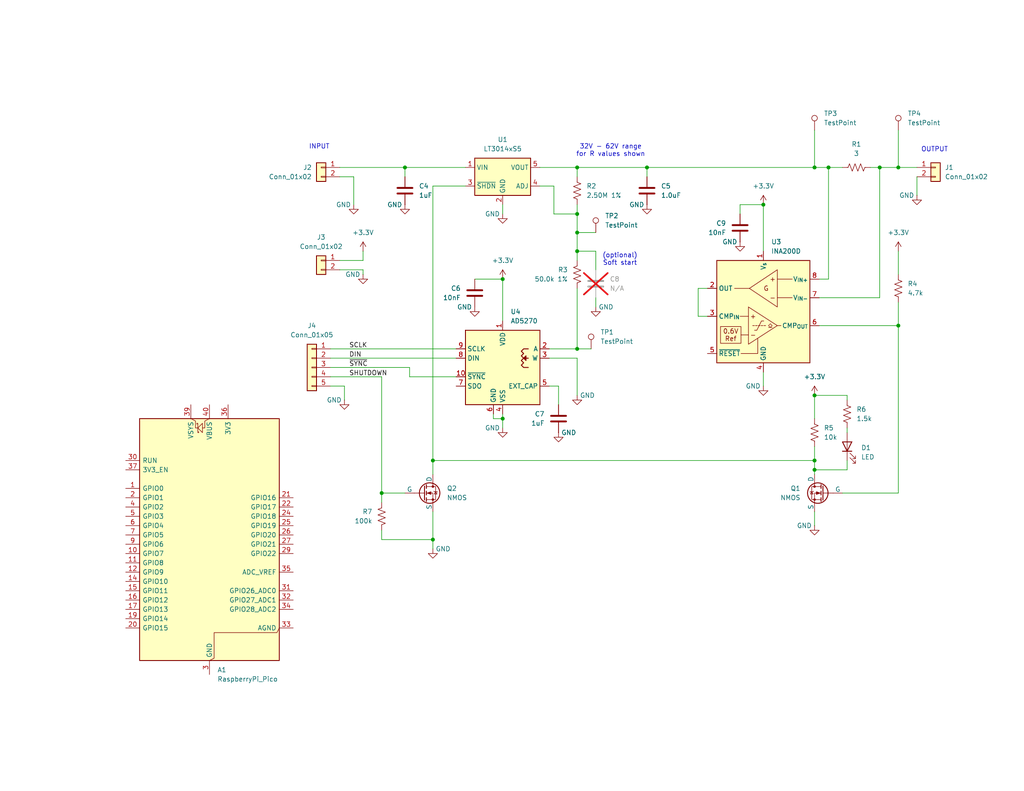
<source format=kicad_sch>
(kicad_sch (version 20250114) (generator "eeschema") (generator_version "9.0")
  (paper "A")
  (lib_symbols
    (symbol "Amplifier_Current:INA200D"
      (property "Reference" "U" (at -11.43 17.78 0))
      (property "Value" "INA200D" (at 8.89 17.78 0))
      (symbol "INA200D_0_0"
        (rectangle (start -11.684 -9.906) (end -6.096 -5.334) (stroke (width 0.1524)))
        (polyline (pts (xy -7.874 5.08) (xy -3.81 5.08)) (stroke (width 0.1524)))
        (polyline (pts (xy -6.35 -2.54) (xy -4.064 -2.54)) (stroke (width 0.1524)))
        (polyline (pts (xy -6.096 -7.62) (xy -4.064 -7.62)) (stroke (width 0.1524)))
        (polyline (pts (xy -6.096 -12.7) (xy -1.524 -12.7) (xy -1.524 -8.636)) (stroke (width 0.1524)))
        (polyline (pts (xy -4.064 0) (xy -4.064 -10.16) (xy 3.81 -5.08) (xy -4.064 0)) (stroke (width 0.1524)) (fill (type background)))
        (polyline (pts (xy 3.81 10.16) (xy 3.81 0) (xy -3.81 5.08) (xy 3.81 10.16)) (stroke (width 0.1524)) (fill (type background)))
        (polyline (pts (xy 3.81 -5.08) (xy 4.826 -5.08)) (stroke (width 0.1524)))
        (text "Ref" (at -8.89 -8.636 0) (effects (font (size 1.27 1.27))))
        (text "+" (at -2.794 -2.54 0) (effects (font (size 1.27 1.27))))
        (text "-" (at -2.794 -7.62 0) (effects (font (size 1.27 1.27))))
        (text "G" (at 0.762 5.08 0) (effects (font (size 1.27 1.27))))
        (text "+" (at 2.54 7.62 0) (effects (font (size 1.27 1.27))))
        (text "-" (at 2.54 2.54 0) (effects (font (size 1.27 1.27))))
      )
      (symbol "INA200D_0_1"
        (rectangle (start -12.7 12.7) (end 12.7 -15.24) (stroke (width 0.254)) (fill (type background)))
        (polyline (pts (xy -2.413 -5.08) (xy -2.921 -5.08)))
        (polyline (pts (xy -2.413 -6.35) (xy -1.778 -6.35) (xy -0.508 -3.81) (xy 0.127 -3.81)))
        (polyline (pts (xy -1.651 -5.08) (xy -2.159 -5.08)))
        (polyline (pts (xy -1.397 -5.08) (xy -0.889 -5.08)))
        (polyline (pts (xy -0.635 -5.08) (xy -0.127 -5.08)))
        (polyline (pts (xy 0.127 -5.08) (xy 0.635 -5.08)))
        (polyline (pts (xy 1.397 -5.588) (xy 1.905 -5.588) (xy 1.397 -5.08) (xy 1.905 -4.572) (xy 2.413 -5.08) (xy 1.905 -5.588) (xy 2.413 -5.588)) (stroke (width 0.127)))
        (polyline (pts (xy 3.81 2.54) (xy 7.874 2.54)) (stroke (width 0.1524)))
        (polyline (pts (xy 7.874 7.62) (xy 3.81 7.62)) (stroke (width 0.1524)))
      )
      (symbol "INA200D_1_0"
        (text "0.6V" (at -8.89 -6.604 0) (effects (font (size 1.27 1.27))))
      )
      (symbol "INA200D_1_1"
        (pin output line (at -15.24 5.08 0) (length 2.54) (name "OUT") (number "2"))
        (pin input line (at -15.24 -2.54 0) (length 2.54) (name "CMP_{IN}") (number "3"))
        (pin input line (at -15.24 -12.7 0) (length 2.54) (name "~{RESET}") (number "5"))
        (pin power_in line (at 0 15.24 270) (length 2.54) (name "V_{s}") (number "1"))
        (pin power_in line (at 0 -17.78 90) (length 2.54) (name "GND") (number "4"))
        (pin input line (at 15.24 7.62 180) (length 2.54) (name "V_{IN+}") (number "8"))
        (pin input line (at 15.24 2.54 180) (length 2.54) (name "V_{IN-}") (number "7"))
        (pin open_collector line (at 15.24 -5.08 180) (length 2.54) (name "CMP_{OUT}") (number "6"))
      )
    )
    (symbol "Connector:TestPoint" (pin_numbers (hide yes)) (pin_names (offset 0.762) (hide yes))
      (property "Reference" "TP" (at 0 6.858 0))
      (property "Value" "TestPoint" (at 0 5.08 0))
      (symbol "TestPoint_0_1"
        (circle (center 0 3.302) (radius 0.762))
      )
      (symbol "TestPoint_1_1"
        (pin passive line (at 0 0 90) (length 2.54) (name "1") (number "1"))
      )
    )
    (symbol "Connector_Generic:Conn_01x02" (pin_names (offset 1.016) (hide yes))
      (property "Reference" "J" (at 0 2.54 0))
      (property "Value" "Conn_01x02" (at 0 -5.08 0))
      (symbol "Conn_01x02_1_1"
        (rectangle (start -1.27 1.27) (end 1.27 -3.81) (stroke (width 0.254)) (fill (type background)))
        (rectangle (start -1.27 0.127) (end 0 -0.127) (stroke (width 0.1524)))
        (rectangle (start -1.27 -2.413) (end 0 -2.667) (stroke (width 0.1524)))
        (pin passive line (at -5.08 0 0) (length 3.81) (name "Pin_1") (number "1"))
        (pin passive line (at -5.08 -2.54 0) (length 3.81) (name "Pin_2") (number "2"))
      )
    )
    (symbol "Connector_Generic:Conn_01x05" (pin_names (offset 1.016) (hide yes))
      (property "Reference" "J" (at 0 7.62 0))
      (property "Value" "Conn_01x05" (at 0 -7.62 0))
      (symbol "Conn_01x05_1_1"
        (rectangle (start -1.27 6.35) (end 1.27 -6.35) (stroke (width 0.254)) (fill (type background)))
        (rectangle (start -1.27 5.207) (end 0 4.953) (stroke (width 0.1524)))
        (rectangle (start -1.27 2.667) (end 0 2.413) (stroke (width 0.1524)))
        (rectangle (start -1.27 0.127) (end 0 -0.127) (stroke (width 0.1524)))
        (rectangle (start -1.27 -2.413) (end 0 -2.667) (stroke (width 0.1524)))
        (rectangle (start -1.27 -4.953) (end 0 -5.207) (stroke (width 0.1524)))
        (pin passive line (at -5.08 5.08 0) (length 3.81) (name "Pin_1") (number "1"))
        (pin passive line (at -5.08 2.54 0) (length 3.81) (name "Pin_2") (number "2"))
        (pin passive line (at -5.08 0 0) (length 3.81) (name "Pin_3") (number "3"))
        (pin passive line (at -5.08 -2.54 0) (length 3.81) (name "Pin_4") (number "4"))
        (pin passive line (at -5.08 -5.08 0) (length 3.81) (name "Pin_5") (number "5"))
      )
    )
    (symbol "Device:C" (pin_numbers (hide yes)) (pin_names (offset 0.254))
      (property "Reference" "C" (at 0.635 2.54 0))
      (property "Value" "C" (at 0.635 -2.54 0))
      (symbol "C_0_1"
        (polyline (pts (xy -2.032 0.762) (xy 2.032 0.762)) (stroke (width 0.508)))
        (polyline (pts (xy -2.032 -0.762) (xy 2.032 -0.762)) (stroke (width 0.508)))
      )
      (symbol "C_1_1"
        (pin passive line (at 0 3.81 270) (length 2.794) (name "~") (number "1"))
        (pin passive line (at 0 -3.81 90) (length 2.794) (name "~") (number "2"))
      )
    )
    (symbol "Device:LED" (pin_numbers (hide yes)) (pin_names (offset 1.016) (hide yes))
      (property "Reference" "D" (at 0 2.54 0))
      (property "Value" "LED" (at 0 -2.54 0))
      (symbol "LED_0_1"
        (polyline (pts (xy -3.048 -0.762) (xy -4.572 -2.286) (xy -3.81 -2.286) (xy -4.572 -2.286) (xy -4.572 -1.524)))
        (polyline (pts (xy -1.778 -0.762) (xy -3.302 -2.286) (xy -2.54 -2.286) (xy -3.302 -2.286) (xy -3.302 -1.524)))
        (polyline (pts (xy -1.27 0) (xy 1.27 0)))
        (polyline (pts (xy -1.27 -1.27) (xy -1.27 1.27)) (stroke (width 0.254)))
        (polyline (pts (xy 1.27 -1.27) (xy 1.27 1.27) (xy -1.27 0) (xy 1.27 -1.27)) (stroke (width 0.254)))
      )
      (symbol "LED_1_1"
        (pin passive line (at -3.81 0 0) (length 2.54) (name "K") (number "1"))
        (pin passive line (at 3.81 0 180) (length 2.54) (name "A") (number "2"))
      )
    )
    (symbol "Device:R_US" (pin_numbers (hide yes)) (pin_names (offset 0))
      (property "Reference" "R" (at 2.54 0 90))
      (property "Value" "R_US" (at -2.54 0 90))
      (symbol "R_US_0_1"
        (polyline (pts (xy 0 2.286) (xy 0 2.54)))
        (polyline (pts (xy 0 2.286) (xy 1.016 1.905) (xy 0 1.524) (xy -1.016 1.143) (xy 0 0.762)))
        (polyline (pts (xy 0 0.762) (xy 1.016 0.381) (xy 0 0) (xy -1.016 -0.381) (xy 0 -0.762)))
        (polyline (pts (xy 0 -0.762) (xy 1.016 -1.143) (xy 0 -1.524) (xy -1.016 -1.905) (xy 0 -2.286)))
        (polyline (pts (xy 0 -2.286) (xy 0 -2.54)))
      )
      (symbol "R_US_1_1"
        (pin passive line (at 0 3.81 270) (length 1.27) (name "~") (number "1"))
        (pin passive line (at 0 -3.81 90) (length 1.27) (name "~") (number "2"))
      )
    )
    (symbol "MCU_Module:RaspberryPi_Pico" (pin_names (offset 0.762))
      (property "Reference" "A" (at -19.05 35.56 0))
      (property "Value" "RaspberryPi_Pico" (at 7.62 35.56 0))
      (symbol "RaspberryPi_Pico_0_1"
        (rectangle (start -19.05 34.29) (end 19.05 -31.75) (stroke (width 0.254)) (fill (type background)))
        (polyline (pts (xy -5.08 34.29) (xy -3.81 33.655) (xy -3.81 31.75) (xy -3.175 31.75)))
        (polyline (pts (xy -3.429 32.766) (xy -3.429 33.02) (xy -3.175 33.02) (xy -3.175 30.48) (xy -2.921 30.48) (xy -2.921 30.734)))
        (polyline (pts (xy -3.175 31.75) (xy -1.905 33.02) (xy -1.905 30.48) (xy -3.175 31.75)))
        (polyline (pts (xy 0 34.29) (xy -1.27 33.655) (xy -1.27 31.75) (xy -1.905 31.75)))
        (polyline (pts (xy 0 -31.75) (xy 1.27 -31.115) (xy 1.27 -24.13) (xy 18.415 -24.13) (xy 19.05 -22.86)))
      )
      (symbol "RaspberryPi_Pico_1_1"
        (pin passive line (at -22.86 22.86 0) (length 3.81) (name "RUN") (number "30"))
        (pin passive line (at -22.86 20.32 0) (length 3.81) (name "3V3_EN") (number "37"))
        (pin bidirectional line (at -22.86 15.24 0) (length 3.81) (name "GPIO0") (number "1"))
        (pin bidirectional line (at -22.86 12.7 0) (length 3.81) (name "GPIO1") (number "2"))
        (pin bidirectional line (at -22.86 10.16 0) (length 3.81) (name "GPIO2") (number "4"))
        (pin bidirectional line (at -22.86 7.62 0) (length 3.81) (name "GPIO3") (number "5"))
        (pin bidirectional line (at -22.86 5.08 0) (length 3.81) (name "GPIO4") (number "6"))
        (pin bidirectional line (at -22.86 2.54 0) (length 3.81) (name "GPIO5") (number "7"))
        (pin bidirectional line (at -22.86 0 0) (length 3.81) (name "GPIO6") (number "9"))
        (pin bidirectional line (at -22.86 -2.54 0) (length 3.81) (name "GPIO7") (number "10"))
        (pin bidirectional line (at -22.86 -5.08 0) (length 3.81) (name "GPIO8") (number "11"))
        (pin bidirectional line (at -22.86 -7.62 0) (length 3.81) (name "GPIO9") (number "12"))
        (pin bidirectional line (at -22.86 -10.16 0) (length 3.81) (name "GPIO10") (number "14"))
        (pin bidirectional line (at -22.86 -12.7 0) (length 3.81) (name "GPIO11") (number "15"))
        (pin bidirectional line (at -22.86 -15.24 0) (length 3.81) (name "GPIO12") (number "16"))
        (pin bidirectional line (at -22.86 -17.78 0) (length 3.81) (name "GPIO13") (number "17"))
        (pin bidirectional line (at -22.86 -20.32 0) (length 3.81) (name "GPIO14") (number "19"))
        (pin bidirectional line (at -22.86 -22.86 0) (length 3.81) (name "GPIO15") (number "20"))
        (pin power_in line (at -5.08 38.1 270) (length 3.81) (name "VSYS") (number "39"))
        (pin power_out line (at 0 38.1 270) (length 3.81) (name "VBUS") (number "40"))
        (pin passive line (at 0 -35.56 90) (length 3.81) (hide yes) (name "GND") (number "13"))
        (pin passive line (at 0 -35.56 90) (length 3.81) (hide yes) (name "GND") (number "18"))
        (pin passive line (at 0 -35.56 90) (length 3.81) (hide yes) (name "GND") (number "23"))
        (pin passive line (at 0 -35.56 90) (length 3.81) (hide yes) (name "GND") (number "28"))
        (pin power_out line (at 0 -35.56 90) (length 3.81) (name "GND") (number "3"))
        (pin passive line (at 0 -35.56 90) (length 3.81) (hide yes) (name "GND") (number "38"))
        (pin passive line (at 0 -35.56 90) (length 3.81) (hide yes) (name "GND") (number "8"))
        (pin power_out line (at 5.08 38.1 270) (length 3.81) (name "3V3") (number "36"))
        (pin bidirectional line (at 22.86 12.7 180) (length 3.81) (name "GPIO16") (number "21"))
        (pin bidirectional line (at 22.86 10.16 180) (length 3.81) (name "GPIO17") (number "22"))
        (pin bidirectional line (at 22.86 7.62 180) (length 3.81) (name "GPIO18") (number "24"))
        (pin bidirectional line (at 22.86 5.08 180) (length 3.81) (name "GPIO19") (number "25"))
        (pin bidirectional line (at 22.86 2.54 180) (length 3.81) (name "GPIO20") (number "26"))
        (pin bidirectional line (at 22.86 0 180) (length 3.81) (name "GPIO21") (number "27"))
        (pin bidirectional line (at 22.86 -2.54 180) (length 3.81) (name "GPIO22") (number "29"))
        (pin power_in line (at 22.86 -7.62 180) (length 3.81) (name "ADC_VREF") (number "35"))
        (pin bidirectional line (at 22.86 -12.7 180) (length 3.81) (name "GPIO26_ADC0") (number "31"))
        (pin bidirectional line (at 22.86 -15.24 180) (length 3.81) (name "GPIO27_ADC1") (number "32"))
        (pin bidirectional line (at 22.86 -17.78 180) (length 3.81) (name "GPIO28_ADC2") (number "34"))
        (pin power_out line (at 22.86 -22.86 180) (length 3.81) (name "AGND") (number "33"))
      )
    )
    (symbol "Regulator_Linear:LT3014xS5"
      (property "Reference" "U" (at -6.985 6.35 0))
      (property "Value" "LT3014xS5" (at 5.08 6.35 0))
      (symbol "LT3014xS5_0_1"
        (rectangle (start -7.62 5.08) (end 7.62 -5.08) (stroke (width 0.254)) (fill (type background)))
      )
      (symbol "LT3014xS5_1_1"
        (pin power_in line (at -10.16 2.54 0) (length 2.54) (name "VIN") (number "1"))
        (pin input line (at -10.16 -2.54 0) (length 2.54) (name "~{SHDN}") (number "3"))
        (pin power_in line (at 0 -7.62 90) (length 2.54) (name "GND") (number "2"))
        (pin power_out line (at 10.16 2.54 180) (length 2.54) (name "VOUT") (number "5"))
        (pin input line (at 10.16 -2.54 180) (length 2.54) (name "ADJ") (number "4"))
      )
    )
    (symbol "Simulation_SPICE:NMOS" (pin_numbers (hide yes)) (pin_names (offset 0))
      (property "Reference" "Q" (at 5.08 1.27 0))
      (property "Value" "NMOS" (at 5.08 -1.27 0))
      (symbol "NMOS_0_1"
        (polyline (pts (xy 0.254 1.905) (xy 0.254 -1.905)) (stroke (width 0.254)))
        (polyline (pts (xy 0.254 0) (xy -2.54 0)))
        (polyline (pts (xy 0.762 2.286) (xy 0.762 1.27)) (stroke (width 0.254)))
        (polyline (pts (xy 0.762 0.508) (xy 0.762 -0.508)) (stroke (width 0.254)))
        (polyline (pts (xy 0.762 -1.27) (xy 0.762 -2.286)) (stroke (width 0.254)))
        (polyline (pts (xy 0.762 -1.778) (xy 3.302 -1.778) (xy 3.302 1.778) (xy 0.762 1.778)))
        (polyline (pts (xy 1.016 0) (xy 2.032 0.381) (xy 2.032 -0.381) (xy 1.016 0)) (fill (type outline)))
        (circle (center 1.651 0) (radius 2.794) (stroke (width 0.254)))
        (polyline (pts (xy 2.54 2.54) (xy 2.54 1.778)))
        (circle (center 2.54 1.778) (radius 0.254) (fill (type outline)))
        (circle (center 2.54 -1.778) (radius 0.254) (fill (type outline)))
        (polyline (pts (xy 2.54 -2.54) (xy 2.54 0) (xy 0.762 0)))
        (polyline (pts (xy 2.794 0.508) (xy 2.921 0.381) (xy 3.683 0.381) (xy 3.81 0.254)))
        (polyline (pts (xy 3.302 0.381) (xy 2.921 -0.254) (xy 3.683 -0.254) (xy 3.302 0.381)))
      )
      (symbol "NMOS_1_1"
        (pin input line (at -5.08 0 0) (length 2.54) (name "G") (number "2"))
        (pin passive line (at 2.54 5.08 270) (length 2.54) (name "D") (number "1"))
        (pin passive line (at 2.54 -5.08 90) (length 2.54) (name "S") (number "3"))
      )
    )
    (symbol "my_AD5270':AD5272BCP"
      (property "Reference" "U4" (at 2.1433 15.24 0))
      (property "Value" "AD5270" (at 2.1433 12.7 0))
      (symbol "AD5272BCP_0_1"
        (rectangle (start -10.16 10.16) (end 10.16 -10.16) (stroke (width 0.254)) (fill (type background)))
        (polyline (pts (xy 6.985 5.08) (xy 5.715 5.08) (xy 5.08 4.445) (xy 5.715 3.81) (xy 5.08 3.175) (xy 5.715 2.54) (xy 5.08 1.905) (xy 5.715 1.27) (xy 5.08 0.635) (xy 5.715 0) (xy 6.985 0)) (stroke (width 0.254)))
        (polyline (pts (xy 6.985 2.54) (xy 6.35 2.54) (xy 5.715 2.54) (xy 6.35 3.175) (xy 6.35 1.905) (xy 5.715 2.54)) (stroke (width 0.254)) (fill (type outline)))
      )
      (symbol "AD5272BCP_1_1"
        (pin input line (at -12.7 5.08 0) (length 2.54) (name "SCLK") (number "9"))
        (pin bidirectional line (at -12.7 2.54 0) (length 2.54) (name "DIN") (number "8"))
        (pin passive line (at -12.7 -2.54 0) (length 2.54) (name "~{SYNC}") (number "10"))
        (pin input line (at -12.7 -5.08 0) (length 2.54) (name "SDO") (number "7"))
        (pin power_in line (at -2.54 -12.7 90) (length 2.54) (name "GND") (number "6"))
        (pin power_in line (at 0 12.7 270) (length 2.54) (name "VDD") (number "1"))
        (pin power_in line (at 0 -12.7 90) (length 2.54) (name "VSS") (number "4"))
        (pin passive line (at 12.7 5.08 180) (length 2.54) (name "A") (number "2"))
        (pin passive line (at 12.7 2.54 180) (length 2.54) (name "W") (number "3"))
        (pin passive line (at 12.7 -5.08 180) (length 2.54) (name "EXT_CAP") (number "5"))
      )
    )
    (symbol "power:+3.3V" (power) (pin_numbers (hide yes)) (pin_names (offset 0) (hide yes))
      (property "Value" "+3.3V" (at 0 3.556 0))
      (symbol "+3.3V_0_1"
        (polyline (pts (xy -0.762 1.27) (xy 0 2.54)))
        (polyline (pts (xy 0 2.54) (xy 0.762 1.27)))
        (polyline (pts (xy 0 0) (xy 0 2.54)))
      )
      (symbol "+3.3V_1_1"
        (pin power_in line (at 0 0 90) (length 0) (name "~") (number "1"))
      )
    )
    (symbol "power:GND" (power) (pin_numbers (hide yes)) (pin_names (offset 0) (hide yes))
      (property "Value" "GND" (at 0 -3.81 0))
      (symbol "GND_0_1"
        (polyline (pts (xy 0 0) (xy 0 -1.27) (xy 1.27 -1.27) (xy 0 -2.54) (xy -1.27 -1.27) (xy 0 -1.27)))
      )
      (symbol "GND_1_1"
        (pin power_in line (at 0 0 270) (length 0) (name "~") (number "1"))
      )
    )
  )
  (text "OUTPUT" (at 255.016 40.894 0) (effects (font (size 1.27 1.27))))
  (text "(optional)\nSoft start" (at 169.164 70.866 0) (effects (font (size 1.27 1.27))))
  (text "INPUT" (at 87.122 40.132 0) (effects (font (size 1.27 1.27))))
  (text "32V - 62V range\nfor R values shown" (at 166.624 41.148 0) (effects (font (size 1.27 1.27))))
  (junction (at 245.11 88.9))
  (junction (at 208.28 55.88))
  (junction (at 104.14 134.62))
  (junction (at 118.11 147.32))
  (junction (at 222.25 45.72))
  (junction (at 157.48 68.58))
  (junction (at 118.11 125.73))
  (junction (at 226.06 45.72))
  (junction (at 157.48 63.5))
  (junction (at 222.25 107.95))
  (junction (at 137.16 76.2))
  (junction (at 110.49 45.72))
  (junction (at 157.48 95.25))
  (junction (at 240.03 45.72))
  (junction (at 157.48 45.72))
  (junction (at 222.25 128.27))
  (junction (at 222.25 125.73))
  (junction (at 245.11 45.72))
  (junction (at 137.16 114.3))
  (junction (at 157.48 58.42))
  (junction (at 176.53 45.72))
  (wire (pts (xy 90.17 95.25) (xy 124.46 95.25)))
  (wire (pts (xy 137.16 113.03) (xy 137.16 114.3)))
  (wire (pts (xy 222.25 35.56) (xy 222.25 45.72)))
  (wire (pts (xy 104.14 144.78) (xy 104.14 147.32)))
  (wire (pts (xy 92.71 71.12) (xy 99.06 71.12)))
  (wire (pts (xy 92.71 45.72) (xy 110.49 45.72)))
  (wire (pts (xy 157.48 68.58) (xy 157.48 71.12)))
  (wire (pts (xy 157.48 58.42) (xy 157.48 63.5)))
  (wire (pts (xy 157.48 63.5) (xy 157.48 68.58)))
  (wire (pts (xy 127 50.8) (xy 118.11 50.8)))
  (wire (pts (xy 137.16 114.3) (xy 137.16 116.84)))
  (wire (pts (xy 129.54 76.2) (xy 137.16 76.2)))
  (wire (pts (xy 137.16 76.2) (xy 137.16 87.63)))
  (wire (pts (xy 245.11 134.62) (xy 245.11 88.9)))
  (wire (pts (xy 176.53 45.72) (xy 176.53 48.26)))
  (wire (pts (xy 245.11 45.72) (xy 250.19 45.72)))
  (wire (pts (xy 118.11 139.7) (xy 118.11 147.32)))
  (wire (pts (xy 162.56 81.28) (xy 162.56 83.82)))
  (wire (pts (xy 110.49 45.72) (xy 110.49 48.26)))
  (wire (pts (xy 222.25 125.73) (xy 222.25 128.27)))
  (wire (pts (xy 110.49 45.72) (xy 127 45.72)))
  (wire (pts (xy 104.14 147.32) (xy 118.11 147.32)))
  (wire (pts (xy 176.53 45.72) (xy 222.25 45.72)))
  (wire (pts (xy 208.28 101.6) (xy 208.28 105.41)))
  (wire (pts (xy 157.48 58.42) (xy 151.13 58.42)))
  (wire (pts (xy 162.56 68.58) (xy 157.48 68.58)))
  (wire (pts (xy 245.11 68.58) (xy 245.11 74.93)))
  (wire (pts (xy 99.06 73.66) (xy 99.06 74.93)))
  (wire (pts (xy 208.28 55.88) (xy 208.28 68.58)))
  (wire (pts (xy 104.14 134.62) (xy 110.49 134.62)))
  (wire (pts (xy 226.06 45.72) (xy 229.87 45.72)))
  (wire (pts (xy 222.25 45.72) (xy 226.06 45.72)))
  (wire (pts (xy 223.52 88.9) (xy 245.11 88.9)))
  (wire (pts (xy 92.71 73.66) (xy 99.06 73.66)))
  (wire (pts (xy 162.56 73.66) (xy 162.56 68.58)))
  (wire (pts (xy 222.25 128.27) (xy 222.25 129.54)))
  (wire (pts (xy 231.14 128.27) (xy 222.25 128.27)))
  (wire (pts (xy 201.93 55.88) (xy 208.28 55.88)))
  (wire (pts (xy 96.52 48.26) (xy 96.52 55.88)))
  (wire (pts (xy 90.17 97.79) (xy 124.46 97.79)))
  (wire (pts (xy 157.48 45.72) (xy 176.53 45.72)))
  (wire (pts (xy 240.03 45.72) (xy 240.03 81.28)))
  (wire (pts (xy 250.19 53.34) (xy 250.19 48.26)))
  (wire (pts (xy 99.06 71.12) (xy 99.06 68.58)))
  (wire (pts (xy 231.14 116.84) (xy 231.14 118.11)))
  (wire (pts (xy 118.11 125.73) (xy 118.11 129.54)))
  (wire (pts (xy 190.5 78.74) (xy 190.5 86.36)))
  (wire (pts (xy 152.4 110.49) (xy 152.4 105.41)))
  (wire (pts (xy 222.25 107.95) (xy 222.25 114.3)))
  (wire (pts (xy 229.87 134.62) (xy 245.11 134.62)))
  (wire (pts (xy 147.32 45.72) (xy 157.48 45.72)))
  (wire (pts (xy 93.98 105.41) (xy 93.98 109.22)))
  (wire (pts (xy 104.14 134.62) (xy 104.14 102.87)))
  (wire (pts (xy 118.11 125.73) (xy 222.25 125.73)))
  (wire (pts (xy 157.48 95.25) (xy 149.86 95.25)))
  (wire (pts (xy 240.03 81.28) (xy 223.52 81.28)))
  (wire (pts (xy 134.62 114.3) (xy 137.16 114.3)))
  (wire (pts (xy 190.5 86.36) (xy 193.04 86.36)))
  (wire (pts (xy 201.93 58.42) (xy 201.93 55.88)))
  (wire (pts (xy 124.46 102.87) (xy 111.76 102.87)))
  (wire (pts (xy 157.48 55.88) (xy 157.48 58.42)))
  (wire (pts (xy 245.11 35.56) (xy 245.11 45.72)))
  (wire (pts (xy 231.14 125.73) (xy 231.14 128.27)))
  (wire (pts (xy 149.86 97.79) (xy 157.48 97.79)))
  (wire (pts (xy 151.13 58.42) (xy 151.13 50.8)))
  (wire (pts (xy 118.11 50.8) (xy 118.11 125.73)))
  (wire (pts (xy 147.32 50.8) (xy 151.13 50.8)))
  (wire (pts (xy 222.25 139.7) (xy 222.25 143.51)))
  (wire (pts (xy 157.48 45.72) (xy 157.48 48.26)))
  (wire (pts (xy 90.17 105.41) (xy 93.98 105.41)))
  (wire (pts (xy 157.48 63.5) (xy 162.56 63.5)))
  (wire (pts (xy 118.11 147.32) (xy 118.11 149.86)))
  (wire (pts (xy 111.76 102.87) (xy 111.76 100.33)))
  (wire (pts (xy 134.62 113.03) (xy 134.62 114.3)))
  (wire (pts (xy 92.71 48.26) (xy 96.52 48.26)))
  (wire (pts (xy 245.11 88.9) (xy 245.11 82.55)))
  (wire (pts (xy 104.14 134.62) (xy 104.14 137.16)))
  (wire (pts (xy 226.06 45.72) (xy 226.06 76.2)))
  (wire (pts (xy 226.06 76.2) (xy 223.52 76.2)))
  (wire (pts (xy 104.14 102.87) (xy 90.17 102.87)))
  (wire (pts (xy 157.48 78.74) (xy 157.48 95.25)))
  (wire (pts (xy 137.16 55.88) (xy 137.16 58.42)))
  (wire (pts (xy 152.4 105.41) (xy 149.86 105.41)))
  (wire (pts (xy 157.48 97.79) (xy 157.48 107.95)))
  (wire (pts (xy 111.76 100.33) (xy 90.17 100.33)))
  (wire (pts (xy 222.25 107.95) (xy 231.14 107.95)))
  (wire (pts (xy 157.48 95.25) (xy 161.29 95.25)))
  (wire (pts (xy 193.04 78.74) (xy 190.5 78.74)))
  (wire (pts (xy 222.25 125.73) (xy 222.25 121.92)))
  (wire (pts (xy 237.49 45.72) (xy 240.03 45.72)))
  (wire (pts (xy 231.14 107.95) (xy 231.14 109.22)))
  (wire (pts (xy 240.03 45.72) (xy 245.11 45.72)))
  (label "DIN" (at 95.25 97.79 0))
  (label "SCLK" (at 95.25 95.25 0))
  (label "~{SYNC}" (at 95.25 100.33 0))
  (label "SHUTDOWN" (at 95.25 102.87 0))
  (symbol (lib_id "power:GND") (at 152.4 118.11 0) (mirror y) (unit 1)
    (property "Reference" "#PWR015" (effects (hide yes)))
    (property "Value" "GND" (at 155.194 118.11 0))
    (property "Description" "Power symbol creates a global label with name \"GND\" , ground" (effects (hide yes)))
  )
  (symbol (lib_id "power:GND") (at 162.56 83.82 0) (mirror y) (unit 1)
    (property "Reference" "#PWR016" (effects (hide yes)))
    (property "Value" "GND" (at 165.354 83.82 0))
    (property "Description" "Power symbol creates a global label with name \"GND\" , ground" (effects (hide yes)))
  )
  (symbol (lib_id "power:GND") (at 201.93 66.04 0) (unit 1)
    (property "Reference" "#PWR017" (effects (hide yes)))
    (property "Value" "GND" (at 199.136 66.04 0))
    (property "Description" "Power symbol creates a global label with name \"GND\" , ground" (effects (hide yes)))
  )
  (symbol (lib_id "my_AD5270':AD5272BCP") (at 137.16 100.33 0) (unit 1)
    (property "Reference" "U4" (at 139.3033 85.09 0) (effects (justify left)))
    (property "Value" "AD5270" (at 139.3033 87.63 0) (effects (justify left)))
    (property "Footprint" "Package_SO:MSOP-10_3x3mm_P0.5mm" (effects (hide yes)))
    (property "Datasheet" "https://www.analog.com/media/en/technical-documentation/data-sheets/AD5270_5271.pdf" (effects (hide yes)))
    (property "Description" "Digital potentiometer, 1024 position, 1% Resistor Tolerance, I2C interface, LFCSP-10" (effects (hide yes)))
  )
  (symbol (lib_id "Connector:TestPoint") (at 245.11 35.56 0) (unit 1)
    (property "Reference" "TP4" (at 247.65 30.9879 0) (effects (justify left)))
    (property "Value" "TestPoint" (at 247.65 33.5279 0) (effects (justify left)))
    (property "Footprint" "TestPoint:TestPoint_THTPad_D2.0mm_Drill1.0mm" (effects (hide yes)))
    (property "Description" "test point" (effects (hide yes)))
  )
  (symbol (lib_id "Device:R_US") (at 222.25 118.11 0) (unit 1)
    (property "Reference" "R5" (at 224.79 116.8399 0) (effects (justify left)))
    (property "Value" "10k" (at 224.79 119.3799 0) (effects (justify left)))
    (property "Footprint" "Resistor_SMD:R_0603_1608Metric_Pad0.98x0.95mm_HandSolder" (effects (hide yes)))
    (property "Description" "Resistor, US symbol" (effects (hide yes)))
  )
  (symbol (lib_id "power:+3.3V") (at 208.28 55.88 0) (unit 1)
    (property "Reference" "#PWR027" (effects (hide yes)))
    (property "Value" "+3.3V" (at 208.28 50.8 0))
    (property "Description" "Power symbol creates a global label with name \"+3.3V\"" (effects (hide yes)))
  )
  (symbol (lib_id "power:GND") (at 110.49 55.88 0) (unit 1)
    (property "Reference" "#PWR09" (effects (hide yes)))
    (property "Value" "GND" (at 107.696 55.88 0))
    (property "Description" "Power symbol creates a global label with name \"GND\" , ground" (effects (hide yes)))
  )
  (symbol (lib_id "Amplifier_Current:INA200D") (at 208.28 83.82 0) (unit 1)
    (property "Reference" "U3" (at 210.4233 66.04 0) (effects (justify left)))
    (property "Value" "INA200D" (at 210.4233 68.58 0) (effects (justify left)))
    (property "Footprint" "Package_SO:SOIC-8_3.9x4.9mm_P1.27mm" (effects (hide yes)))
    (property "Datasheet" "https://www.ti.com/lit/ds/symlink/ina201.pdf" (effects (hide yes)))
    (property "Description" "Current Shunt Monitor, integrated comparator and reference, -16V to +80V Common-Mode Range, 20V/V, SOIC-8" (effects (hide yes)))
  )
  (symbol (lib_id "Device:LED") (at 231.14 121.92 90) (unit 1)
    (property "Reference" "D1" (at 234.95 122.2374 90) (effects (justify right)))
    (property "Value" "LED" (at 234.95 124.7774 90) (effects (justify right)))
    (property "Footprint" "LED_SMD:LED_0603_1608Metric_Pad1.05x0.95mm_HandSolder" (effects (hide yes)))
    (property "Description" "Light emitting diode" (effects (hide yes)))
    (property "Sim.Pins" "1=K 2=A" (effects (hide yes)))
  )
  (symbol (lib_id "Connector_Generic:Conn_01x05") (at 85.09 100.33 0) (mirror y) (unit 1)
    (property "Reference" "J4" (at 85.09 88.9 0))
    (property "Value" "Conn_01x05" (at 85.09 91.44 0))
    (property "Footprint" "Connector_PinHeader_2.54mm:PinHeader_1x05_P2.54mm_Vertical" (effects (hide yes)))
    (property "Description" "Generic connector, single row, 01x05, script generated (kicad-library-utils/schlib/autogen/connector/)" (effects (hide yes)))
  )
  (symbol (lib_id "Simulation_SPICE:NMOS") (at 115.57 134.62 0) (unit 1)
    (property "Reference" "Q2" (at 121.92 133.3499 0) (effects (justify left)))
    (property "Value" "NMOS" (at 121.92 135.8899 0) (effects (justify left)))
    (property "Footprint" "Package_TO_SOT_SMD:SOT-23" (effects (hide yes)))
    (property "Datasheet" "https://ngspice.sourceforge.io/docs/ngspice-html-manual/manual.xhtml#cha_MOSFETs" (effects (hide yes)))
    (property "Description" "N-MOSFET transistor, drain/source/gate" (effects (hide yes)))
    (property "Sim.Device" "NMOS" (effects (hide yes)))
    (property "Sim.Type" "VDMOS" (effects (hide yes)))
    (property "Sim.Pins" "1=D 2=G 3=S" (effects (hide yes)))
  )
  (symbol (lib_id "power:+3.3V") (at 137.16 76.2 0) (unit 1)
    (property "Reference" "#PWR011" (effects (hide yes)))
    (property "Value" "+3.3V" (at 137.16 71.12 0))
    (property "Description" "Power symbol creates a global label with name \"+3.3V\"" (effects (hide yes)))
  )
  (symbol (lib_id "Connector:TestPoint") (at 161.29 95.25 0) (unit 1)
    (property "Reference" "TP1" (at 163.83 90.6779 0) (effects (justify left)))
    (property "Value" "TestPoint" (at 163.83 93.2179 0) (effects (justify left)))
    (property "Footprint" "TestPoint:TestPoint_THTPad_D2.0mm_Drill1.0mm" (effects (hide yes)))
    (property "Description" "test point" (effects (hide yes)))
  )
  (symbol (lib_id "Device:C") (at 152.4 114.3 0) (unit 1)
    (property "Reference" "C7" (at 148.59 113.0299 0) (effects (justify right)))
    (property "Value" "1uF" (at 148.59 115.5699 0) (effects (justify right)))
    (property "Footprint" "Capacitor_SMD:C_0603_1608Metric_Pad1.08x0.95mm_HandSolder" (effects (hide yes)))
    (property "Description" "Unpolarized capacitor" (effects (hide yes)))
  )
  (symbol (lib_id "Device:R_US") (at 157.48 52.07 0) (unit 1)
    (property "Reference" "R2" (at 160.02 50.7999 0) (effects (justify left)))
    (property "Value" "2.50M 1%" (at 160.02 53.3399 0) (effects (justify left)))
    (property "Footprint" "Resistor_SMD:R_0603_1608Metric_Pad0.98x0.95mm_HandSolder" (effects (hide yes)))
    (property "Description" "Resistor, US symbol" (effects (hide yes)))
  )
  (symbol (lib_id "power:+3.3V") (at 222.25 107.95 0) (unit 1)
    (property "Reference" "#PWR022" (effects (hide yes)))
    (property "Value" "+3.3V" (at 222.25 102.87 0))
    (property "Description" "Power symbol creates a global label with name \"+3.3V\"" (effects (hide yes)))
  )
  (symbol (lib_id "Device:R_US") (at 157.48 74.93 0) (mirror y) (unit 1)
    (property "Reference" "R3" (at 154.94 73.6599 0) (effects (justify left)))
    (property "Value" "50.0k 1%" (at 154.94 76.1999 0) (effects (justify left)))
    (property "Footprint" "Resistor_SMD:R_0603_1608Metric_Pad0.98x0.95mm_HandSolder" (effects (hide yes)))
    (property "Description" "Resistor, US symbol" (effects (hide yes)))
  )
  (symbol (lib_id "power:GND") (at 99.06 74.93 0) (unit 1)
    (property "Reference" "#PWR019" (effects (hide yes)))
    (property "Value" "GND" (at 96.266 74.93 0))
    (property "Description" "Power symbol creates a global label with name \"GND\" , ground" (effects (hide yes)))
  )
  (symbol (lib_id "Device:C") (at 162.56 77.47 0) (mirror y) (unit 1) (in_bom no) (dnp yes)
    (property "Reference" "C8" (at 166.37 76.1999 0) (effects (justify right)))
    (property "Value" "N/A" (at 166.37 78.7399 0) (effects (justify right)))
    (property "Footprint" "Capacitor_SMD:C_0603_1608Metric_Pad1.08x0.95mm_HandSolder" (effects (hide yes)))
    (property "Description" "Unpolarized capacitor" (effects (hide yes)))
  )
  (symbol (lib_id "Device:C") (at 201.93 62.23 0) (unit 1)
    (property "Reference" "C9" (at 198.12 60.9599 0) (effects (justify right)))
    (property "Value" "10nF" (at 198.12 63.4999 0) (effects (justify right)))
    (property "Footprint" "Capacitor_SMD:C_0603_1608Metric_Pad1.08x0.95mm_HandSolder" (effects (hide yes)))
    (property "Description" "Unpolarized capacitor" (effects (hide yes)))
  )
  (symbol (lib_id "Simulation_SPICE:NMOS") (at 224.79 134.62 0) (mirror y) (unit 1)
    (property "Reference" "Q1" (at 218.44 133.3499 0) (effects (justify left)))
    (property "Value" "NMOS" (at 218.44 135.8899 0) (effects (justify left)))
    (property "Footprint" "Package_TO_SOT_SMD:SOT-23" (effects (hide yes)))
    (property "Datasheet" "https://ngspice.sourceforge.io/docs/ngspice-html-manual/manual.xhtml#cha_MOSFETs" (effects (hide yes)))
    (property "Description" "N-MOSFET transistor, drain/source/gate" (effects (hide yes)))
    (property "Sim.Device" "NMOS" (effects (hide yes)))
    (property "Sim.Type" "VDMOS" (effects (hide yes)))
    (property "Sim.Pins" "1=D 2=G 3=S" (effects (hide yes)))
  )
  (symbol (lib_id "power:GND") (at 157.48 107.95 0) (mirror y) (unit 1)
    (property "Reference" "#PWR014" (effects (hide yes)))
    (property "Value" "GND" (at 160.274 107.95 0))
    (property "Description" "Power symbol creates a global label with name \"GND\" , ground" (effects (hide yes)))
  )
  (symbol (lib_id "power:GND") (at 118.11 149.86 0) (mirror y) (unit 1)
    (property "Reference" "#PWR025" (effects (hide yes)))
    (property "Value" "GND" (at 120.904 149.86 0))
    (property "Description" "Power symbol creates a global label with name \"GND\" , ground" (effects (hide yes)))
  )
  (symbol (lib_id "power:GND") (at 137.16 116.84 0) (unit 1)
    (property "Reference" "#PWR012" (effects (hide yes)))
    (property "Value" "GND" (at 134.366 116.84 0))
    (property "Description" "Power symbol creates a global label with name \"GND\" , ground" (effects (hide yes)))
  )
  (symbol (lib_id "Connector_Generic:Conn_01x02") (at 87.63 71.12 0) (mirror y) (unit 1)
    (property "Reference" "J3" (at 87.63 64.77 0))
    (property "Value" "Conn_01x02" (at 87.63 67.31 0))
    (property "Footprint" "Connector_PinHeader_2.54mm:PinHeader_1x02_P2.54mm_Vertical" (effects (hide yes)))
    (property "Description" "Generic connector, single row, 01x02, script generated (kicad-library-utils/schlib/autogen/connector/)" (effects (hide yes)))
  )
  (symbol (lib_id "power:GND") (at 96.52 55.88 0) (unit 1)
    (property "Reference" "#PWR021" (effects (hide yes)))
    (property "Value" "GND" (at 93.726 55.88 0))
    (property "Description" "Power symbol creates a global label with name \"GND\" , ground" (effects (hide yes)))
  )
  (symbol (lib_id "Regulator_Linear:LT3014xS5") (at 137.16 48.26 0) (unit 1)
    (property "Reference" "U1" (at 137.16 38.1 0))
    (property "Value" "LT3014xS5" (at 137.16 40.64 0))
    (property "Footprint" "Package_TO_SOT_SMD:SOT-23-5" (effects (hide yes)))
    (property "Datasheet" "https://www.analog.com/media/en/technical-documentation/data-sheets/3014fd.pdf" (effects (hide yes)))
    (property "Description" "20mA output, 3V..80Vin, High voltage low-dropout regulator, SOT-23-5" (effects (hide yes)))
  )
  (symbol (lib_id "power:GND") (at 176.53 55.88 0) (unit 1)
    (property "Reference" "#PWR010" (effects (hide yes)))
    (property "Value" "GND" (at 173.736 55.88 0))
    (property "Description" "Power symbol creates a global label with name \"GND\" , ground" (effects (hide yes)))
  )
  (symbol (lib_id "power:GND") (at 250.19 53.34 0) (unit 1)
    (property "Reference" "#PWR023" (effects (hide yes)))
    (property "Value" "GND" (at 247.396 53.34 0))
    (property "Description" "Power symbol creates a global label with name \"GND\" , ground" (effects (hide yes)))
  )
  (symbol (lib_id "Connector:TestPoint") (at 162.56 63.5 0) (unit 1)
    (property "Reference" "TP2" (at 165.1 58.9279 0) (effects (justify left)))
    (property "Value" "TestPoint" (at 165.1 61.4679 0) (effects (justify left)))
    (property "Footprint" "TestPoint:TestPoint_THTPad_D2.0mm_Drill1.0mm" (effects (hide yes)))
    (property "Description" "test point" (effects (hide yes)))
  )
  (symbol (lib_id "power:GND") (at 93.98 109.22 0) (unit 1)
    (property "Reference" "#PWR024" (effects (hide yes)))
    (property "Value" "GND" (at 91.186 109.22 0))
    (property "Description" "Power symbol creates a global label with name \"GND\" , ground" (effects (hide yes)))
  )
  (symbol (lib_id "power:+3.3V") (at 99.06 68.58 0) (unit 1)
    (property "Reference" "#PWR018" (effects (hide yes)))
    (property "Value" "+3.3V" (at 99.06 63.5 0))
    (property "Description" "Power symbol creates a global label with name \"+3.3V\"" (effects (hide yes)))
  )
  (symbol (lib_id "Connector_Generic:Conn_01x02") (at 255.27 45.72 0) (unit 1)
    (property "Reference" "J1" (at 257.81 45.7199 0) (effects (justify left)))
    (property "Value" "Conn_01x02" (at 257.81 48.2599 0) (effects (justify left)))
    (property "Footprint" "Connector_PinHeader_2.54mm:PinHeader_1x02_P2.54mm_Vertical" (effects (hide yes)))
    (property "Description" "Generic connector, single row, 01x02, script generated (kicad-library-utils/schlib/autogen/connector/)" (effects (hide yes)))
  )
  (symbol (lib_id "power:+3.3V") (at 245.11 68.58 0) (unit 1)
    (property "Reference" "#PWR026" (effects (hide yes)))
    (property "Value" "+3.3V" (at 245.11 63.5 0))
    (property "Description" "Power symbol creates a global label with name \"+3.3V\"" (effects (hide yes)))
  )
  (symbol (lib_id "Device:R_US") (at 104.14 140.97 0) (mirror y) (unit 1)
    (property "Reference" "R7" (at 101.6 139.6999 0) (effects (justify left)))
    (property "Value" "100k" (at 101.6 142.2399 0) (effects (justify left)))
    (property "Footprint" "Resistor_SMD:R_0603_1608Metric_Pad0.98x0.95mm_HandSolder" (effects (hide yes)))
    (property "Description" "Resistor, US symbol" (effects (hide yes)))
  )
  (symbol (lib_id "MCU_Module:RaspberryPi_Pico") (at 57.15 148.59 0) (unit 1)
    (property "Reference" "A1" (at 59.2933 182.88 0) (effects (justify left)))
    (property "Value" "RaspberryPi_Pico" (at 59.2933 185.42 0) (effects (justify left)))
    (property "Footprint" "Module:RaspberryPi_Pico_Common_Unspecified" (effects (hide yes)))
    (property "Datasheet" "https://datasheets.raspberrypi.com/pico/pico-datasheet.pdf" (effects (hide yes)))
    (property "Description" "Versatile and inexpensive microcontroller module powered by RP2040 dual-core Arm Cortex-M0+ processor up to 133 MHz, 264kB SRAM, 2MB QSPI flash; also supports Raspberry Pi Pico 2" (effects (hide yes)))
  )
  (symbol (lib_id "Device:C") (at 176.53 52.07 0) (mirror y) (unit 1)
    (property "Reference" "C5" (at 180.34 50.7999 0) (effects (justify right)))
    (property "Value" "1.0uF" (at 180.34 53.3399 0) (effects (justify right)))
    (property "Footprint" "Capacitor_SMD:C_0603_1608Metric_Pad1.08x0.95mm_HandSolder" (effects (hide yes)))
    (property "Description" "Unpolarized capacitor" (effects (hide yes)))
  )
  (symbol (lib_id "Connector:TestPoint") (at 222.25 35.56 0) (unit 1)
    (property "Reference" "TP3" (at 224.79 30.9879 0) (effects (justify left)))
    (property "Value" "TestPoint" (at 224.79 33.5279 0) (effects (justify left)))
    (property "Footprint" "TestPoint:TestPoint_THTPad_D2.0mm_Drill1.0mm" (effects (hide yes)))
    (property "Description" "test point" (effects (hide yes)))
  )
  (symbol (lib_id "power:GND") (at 222.25 143.51 0) (unit 1)
    (property "Reference" "#PWR020" (effects (hide yes)))
    (property "Value" "GND" (at 219.456 143.51 0))
    (property "Description" "Power symbol creates a global label with name \"GND\" , ground" (effects (hide yes)))
  )
  (symbol (lib_id "power:GND") (at 208.28 105.41 0) (unit 1)
    (property "Reference" "#PWR08" (effects (hide yes)))
    (property "Value" "GND" (at 205.486 105.41 0))
    (property "Description" "Power symbol creates a global label with name \"GND\" , ground" (effects (hide yes)))
  )
  (symbol (lib_id "power:GND") (at 137.16 58.42 0) (unit 1)
    (property "Reference" "#PWR07" (effects (hide yes)))
    (property "Value" "GND" (at 134.366 58.42 0))
    (property "Description" "Power symbol creates a global label with name \"GND\" , ground" (effects (hide yes)))
  )
  (symbol (lib_id "Device:R_US") (at 233.68 45.72 90) (unit 1)
    (property "Reference" "R1" (at 233.68 39.37 90))
    (property "Value" "3" (at 233.68 41.91 90))
    (property "Footprint" "Resistor_SMD:R_0603_1608Metric_Pad0.98x0.95mm_HandSolder" (effects (hide yes)))
    (property "Description" "Resistor, US symbol" (effects (hide yes)))
  )
  (symbol (lib_id "Connector_Generic:Conn_01x02") (at 87.63 45.72 0) (mirror y) (unit 1)
    (property "Reference" "J2" (at 85.09 45.7199 0) (effects (justify left)))
    (property "Value" "Conn_01x02" (at 85.09 48.2599 0) (effects (justify left)))
    (property "Footprint" "Connector_PinHeader_2.54mm:PinHeader_1x02_P2.54mm_Vertical" (effects (hide yes)))
    (property "Description" "Generic connector, single row, 01x02, script generated (kicad-library-utils/schlib/autogen/connector/)" (effects (hide yes)))
  )
  (symbol (lib_id "power:GND") (at 129.54 83.82 0) (unit 1)
    (property "Reference" "#PWR013" (effects (hide yes)))
    (property "Value" "GND" (at 126.746 83.82 0))
    (property "Description" "Power symbol creates a global label with name \"GND\" , ground" (effects (hide yes)))
  )
  (symbol (lib_id "Device:R_US") (at 231.14 113.03 0) (unit 1)
    (property "Reference" "R6" (at 233.68 111.7599 0) (effects (justify left)))
    (property "Value" "1.5k" (at 233.68 114.2999 0) (effects (justify left)))
    (property "Footprint" "Resistor_SMD:R_0603_1608Metric_Pad0.98x0.95mm_HandSolder" (effects (hide yes)))
    (property "Description" "Resistor, US symbol" (effects (hide yes)))
  )
  (symbol (lib_id "Device:C") (at 129.54 80.01 0) (unit 1)
    (property "Reference" "C6" (at 125.73 78.7399 0) (effects (justify right)))
    (property "Value" "10nF" (at 125.73 81.2799 0) (effects (justify right)))
    (property "Footprint" "Capacitor_SMD:C_0603_1608Metric_Pad1.08x0.95mm_HandSolder" (effects (hide yes)))
    (property "Description" "Unpolarized capacitor" (effects (hide yes)))
  )
  (symbol (lib_id "Device:R_US") (at 245.11 78.74 0) (unit 1)
    (property "Reference" "R4" (at 247.65 77.4699 0) (effects (justify left)))
    (property "Value" "4.7k" (at 247.65 80.0099 0) (effects (justify left)))
    (property "Footprint" "Resistor_SMD:R_0603_1608Metric_Pad0.98x0.95mm_HandSolder" (effects (hide yes)))
    (property "Description" "Resistor, US symbol" (effects (hide yes)))
  )
  (symbol (lib_id "Device:C") (at 110.49 52.07 0) (mirror y) (unit 1)
    (property "Reference" "C4" (at 114.3 50.7999 0) (effects (justify right)))
    (property "Value" "1uF" (at 114.3 53.3399 0) (effects (justify right)))
    (property "Footprint" "Capacitor_SMD:C_0603_1608Metric_Pad1.08x0.95mm_HandSolder" (effects (hide yes)))
    (property "Description" "Unpolarized capacitor" (effects (hide yes)))
  )
)
</source>
